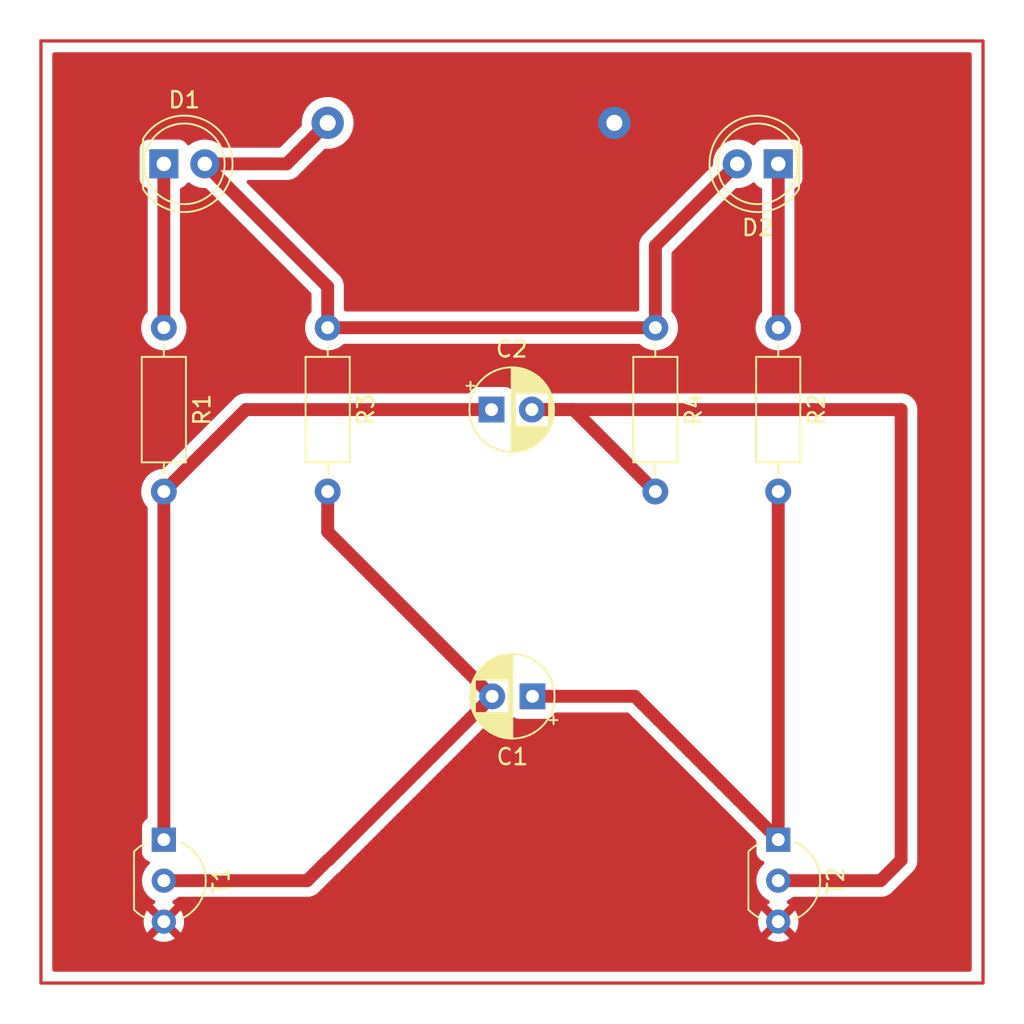
<source format=kicad_pcb>
(kicad_pcb (version 20221018) (generator pcbnew)
  (title_block (title "Blikač") (date "2025-03-21") (rev "1") (company "Piaristická Stredná Odborná Škola") (comment 3 "Nagy") (comment 4 "Dominik"))
  (layers (0 "F.Cu" signal) (31 "B.Cu" signal) (34 "B.Paste" user) (35 "F.Paste" user) (36 "B.SilkS" user "B.Silkscreen") (37 "F.SilkS" user "F.Silkscreen") (38 "B.Mask" user) (39 "F.Mask" user) (44 "Edge.Cuts" user))
  (net 0 "")
  (net 1 "Net-(T2-C)")
  (net 2 "Net-(T1-B)")
  (net 3 "Net-(T1-C)")
  (net 4 "Net-(T2-B)")
  (net 5 "Net-(D1-K)")
  (net 6 "+9V")
  (net 7 "Net-(D2-K)")
  (net 8 "GND")
  (footprint "Capacitor_THT:CP_Radial_D5.0mm_P2.50mm" (layer "F.Cu") (at 134.62 63.5)
    (fp_text reference "C2" (at 1.25 -3.75) (layer "F.SilkS"))
    (fp_text value "10µF")
    (fp_line (start -1.554775 -1.475) (end -1.054775 -1.475) (stroke (width 0.12)) (layer "F.SilkS"))
    (fp_line (start -1.304775 -1.725) (end -1.304775 -1.225) (stroke (width 0.12)) (layer "F.SilkS"))
    (fp_line (start 1.25 -2.58) (end 1.25 2.58) (stroke (width 0.12)) (layer "F.SilkS"))
    (fp_line (start 1.29 -2.58) (end 1.29 2.58) (stroke (width 0.12)) (layer "F.SilkS"))
    (fp_line (start 1.33 -2.579) (end 1.33 2.579) (stroke (width 0.12)) (layer "F.SilkS"))
    (fp_line (start 1.37 -2.578) (end 1.37 2.578) (stroke (width 0.12)) (layer "F.SilkS"))
    (fp_line (start 1.41 -2.576) (end 1.41 2.576) (stroke (width 0.12)) (layer "F.SilkS"))
    (fp_line (start 1.45 -2.573) (end 1.45 2.573) (stroke (width 0.12)) (layer "F.SilkS"))
    (fp_line (start 1.49 -2.569) (end 1.49 -1.04) (stroke (width 0.12)) (layer "F.SilkS"))
    (fp_line (start 1.49 1.04) (end 1.49 2.569) (stroke (width 0.12)) (layer "F.SilkS"))
    (fp_line (start 1.53 -2.565) (end 1.53 -1.04) (stroke (width 0.12)) (layer "F.SilkS"))
    (fp_line (start 1.53 1.04) (end 1.53 2.565) (stroke (width 0.12)) (layer "F.SilkS"))
    (fp_line (start 1.57 -2.561) (end 1.57 -1.04) (stroke (width 0.12)) (layer "F.SilkS"))
    (fp_line (start 1.57 1.04) (end 1.57 2.561) (stroke (width 0.12)) (layer "F.SilkS"))
    (fp_line (start 1.61 -2.556) (end 1.61 -1.04) (stroke (width 0.12)) (layer "F.SilkS"))
    (fp_line (start 1.61 1.04) (end 1.61 2.556) (stroke (width 0.12)) (layer "F.SilkS"))
    (fp_line (start 1.65 -2.55) (end 1.65 -1.04) (stroke (width 0.12)) (layer "F.SilkS"))
    (fp_line (start 1.65 1.04) (end 1.65 2.55) (stroke (width 0.12)) (layer "F.SilkS"))
    (fp_line (start 1.69 -2.543) (end 1.69 -1.04) (stroke (width 0.12)) (layer "F.SilkS"))
    (fp_line (start 1.69 1.04) (end 1.69 2.543) (stroke (width 0.12)) (layer "F.SilkS"))
    (fp_line (start 1.73 -2.536) (end 1.73 -1.04) (stroke (width 0.12)) (layer "F.SilkS"))
    (fp_line (start 1.73 1.04) (end 1.73 2.536) (stroke (width 0.12)) (layer "F.SilkS"))
    (fp_line (start 1.77 -2.528) (end 1.77 -1.04) (stroke (width 0.12)) (layer "F.SilkS"))
    (fp_line (start 1.77 1.04) (end 1.77 2.528) (stroke (width 0.12)) (layer "F.SilkS"))
    (fp_line (start 1.81 -2.52) (end 1.81 -1.04) (stroke (width 0.12)) (layer "F.SilkS"))
    (fp_line (start 1.81 1.04) (end 1.81 2.52) (stroke (width 0.12)) (layer "F.SilkS"))
    (fp_line (start 1.85 -2.511) (end 1.85 -1.04) (stroke (width 0.12)) (layer "F.SilkS"))
    (fp_line (start 1.85 1.04) (end 1.85 2.511) (stroke (width 0.12)) (layer "F.SilkS"))
    (fp_line (start 1.89 -2.501) (end 1.89 -1.04) (stroke (width 0.12)) (layer "F.SilkS"))
    (fp_line (start 1.89 1.04) (end 1.89 2.501) (stroke (width 0.12)) (layer "F.SilkS"))
    (fp_line (start 1.93 -2.491) (end 1.93 -1.04) (stroke (width 0.12)) (layer "F.SilkS"))
    (fp_line (start 1.93 1.04) (end 1.93 2.491) (stroke (width 0.12)) (layer "F.SilkS"))
    (fp_line (start 1.971 -2.48) (end 1.971 -1.04) (stroke (width 0.12)) (layer "F.SilkS"))
    (fp_line (start 1.971 1.04) (end 1.971 2.48) (stroke (width 0.12)) (layer "F.SilkS"))
    (fp_line (start 2.011 -2.468) (end 2.011 -1.04) (stroke (width 0.12)) (layer "F.SilkS"))
    (fp_line (start 2.011 1.04) (end 2.011 2.468) (stroke (width 0.12)) (layer "F.SilkS"))
    (fp_line (start 2.051 -2.455) (end 2.051 -1.04) (stroke (width 0.12)) (layer "F.SilkS"))
    (fp_line (start 2.051 1.04) (end 2.051 2.455) (stroke (width 0.12)) (layer "F.SilkS"))
    (fp_line (start 2.091 -2.442) (end 2.091 -1.04) (stroke (width 0.12)) (layer "F.SilkS"))
    (fp_line (start 2.091 1.04) (end 2.091 2.442) (stroke (width 0.12)) (layer "F.SilkS"))
    (fp_line (start 2.131 -2.428) (end 2.131 -1.04) (stroke (width 0.12)) (layer "F.SilkS"))
    (fp_line (start 2.131 1.04) (end 2.131 2.428) (stroke (width 0.12)) (layer "F.SilkS"))
    (fp_line (start 2.171 -2.414) (end 2.171 -1.04) (stroke (width 0.12)) (layer "F.SilkS"))
    (fp_line (start 2.171 1.04) (end 2.171 2.414) (stroke (width 0.12)) (layer "F.SilkS"))
    (fp_line (start 2.211 -2.398) (end 2.211 -1.04) (stroke (width 0.12)) (layer "F.SilkS"))
    (fp_line (start 2.211 1.04) (end 2.211 2.398) (stroke (width 0.12)) (layer "F.SilkS"))
    (fp_line (start 2.251 -2.382) (end 2.251 -1.04) (stroke (width 0.12)) (layer "F.SilkS"))
    (fp_line (start 2.251 1.04) (end 2.251 2.382) (stroke (width 0.12)) (layer "F.SilkS"))
    (fp_line (start 2.291 -2.365) (end 2.291 -1.04) (stroke (width 0.12)) (layer "F.SilkS"))
    (fp_line (start 2.291 1.04) (end 2.291 2.365) (stroke (width 0.12)) (layer "F.SilkS"))
    (fp_line (start 2.331 -2.348) (end 2.331 -1.04) (stroke (width 0.12)) (layer "F.SilkS"))
    (fp_line (start 2.331 1.04) (end 2.331 2.348) (stroke (width 0.12)) (layer "F.SilkS"))
    (fp_line (start 2.371 -2.329) (end 2.371 -1.04) (stroke (width 0.12)) (layer "F.SilkS"))
    (fp_line (start 2.371 1.04) (end 2.371 2.329) (stroke (width 0.12)) (layer "F.SilkS"))
    (fp_line (start 2.411 -2.31) (end 2.411 -1.04) (stroke (width 0.12)) (layer "F.SilkS"))
    (fp_line (start 2.411 1.04) (end 2.411 2.31) (stroke (width 0.12)) (layer "F.SilkS"))
    (fp_line (start 2.451 -2.29) (end 2.451 -1.04) (stroke (width 0.12)) (layer "F.SilkS"))
    (fp_line (start 2.451 1.04) (end 2.451 2.29) (stroke (width 0.12)) (layer "F.SilkS"))
    (fp_line (start 2.491 -2.268) (end 2.491 -1.04) (stroke (width 0.12)) (layer "F.SilkS"))
    (fp_line (start 2.491 1.04) (end 2.491 2.268) (stroke (width 0.12)) (layer "F.SilkS"))
    (fp_line (start 2.531 -2.247) (end 2.531 -1.04) (stroke (width 0.12)) (layer "F.SilkS"))
    (fp_line (start 2.531 1.04) (end 2.531 2.247) (stroke (width 0.12)) (layer "F.SilkS"))
    (fp_line (start 2.571 -2.224) (end 2.571 -1.04) (stroke (width 0.12)) (layer "F.SilkS"))
    (fp_line (start 2.571 1.04) (end 2.571 2.224) (stroke (width 0.12)) (layer "F.SilkS"))
    (fp_line (start 2.611 -2.2) (end 2.611 -1.04) (stroke (width 0.12)) (layer "F.SilkS"))
    (fp_line (start 2.611 1.04) (end 2.611 2.2) (stroke (width 0.12)) (layer "F.SilkS"))
    (fp_line (start 2.651 -2.175) (end 2.651 -1.04) (stroke (width 0.12)) (layer "F.SilkS"))
    (fp_line (start 2.651 1.04) (end 2.651 2.175) (stroke (width 0.12)) (layer "F.SilkS"))
    (fp_line (start 2.691 -2.149) (end 2.691 -1.04) (stroke (width 0.12)) (layer "F.SilkS"))
    (fp_line (start 2.691 1.04) (end 2.691 2.149) (stroke (width 0.12)) (layer "F.SilkS"))
    (fp_line (start 2.731 -2.122) (end 2.731 -1.04) (stroke (width 0.12)) (layer "F.SilkS"))
    (fp_line (start 2.731 1.04) (end 2.731 2.122) (stroke (width 0.12)) (layer "F.SilkS"))
    (fp_line (start 2.771 -2.095) (end 2.771 -1.04) (stroke (width 0.12)) (layer "F.SilkS"))
    (fp_line (start 2.771 1.04) (end 2.771 2.095) (stroke (width 0.12)) (layer "F.SilkS"))
    (fp_line (start 2.811 -2.065) (end 2.811 -1.04) (stroke (width 0.12)) (layer "F.SilkS"))
    (fp_line (start 2.811 1.04) (end 2.811 2.065) (stroke (width 0.12)) (layer "F.SilkS"))
    (fp_line (start 2.851 -2.035) (end 2.851 -1.04) (stroke (width 0.12)) (layer "F.SilkS"))
    (fp_line (start 2.851 1.04) (end 2.851 2.035) (stroke (width 0.12)) (layer "F.SilkS"))
    (fp_line (start 2.891 -2.004) (end 2.891 -1.04) (stroke (width 0.12)) (layer "F.SilkS"))
    (fp_line (start 2.891 1.04) (end 2.891 2.004) (stroke (width 0.12)) (layer "F.SilkS"))
    (fp_line (start 2.931 -1.971) (end 2.931 -1.04) (stroke (width 0.12)) (layer "F.SilkS"))
    (fp_line (start 2.931 1.04) (end 2.931 1.971) (stroke (width 0.12)) (layer "F.SilkS"))
    (fp_line (start 2.971 -1.937) (end 2.971 -1.04) (stroke (width 0.12)) (layer "F.SilkS"))
    (fp_line (start 2.971 1.04) (end 2.971 1.937) (stroke (width 0.12)) (layer "F.SilkS"))
    (fp_line (start 3.011 -1.901) (end 3.011 -1.04) (stroke (width 0.12)) (layer "F.SilkS"))
    (fp_line (start 3.011 1.04) (end 3.011 1.901) (stroke (width 0.12)) (layer "F.SilkS"))
    (fp_line (start 3.051 -1.864) (end 3.051 -1.04) (stroke (width 0.12)) (layer "F.SilkS"))
    (fp_line (start 3.051 1.04) (end 3.051 1.864) (stroke (width 0.12)) (layer "F.SilkS"))
    (fp_line (start 3.091 -1.826) (end 3.091 -1.04) (stroke (width 0.12)) (layer "F.SilkS"))
    (fp_line (start 3.091 1.04) (end 3.091 1.826) (stroke (width 0.12)) (layer "F.SilkS"))
    (fp_line (start 3.131 -1.785) (end 3.131 -1.04) (stroke (width 0.12)) (layer "F.SilkS"))
    (fp_line (start 3.131 1.04) (end 3.131 1.785) (stroke (width 0.12)) (layer "F.SilkS"))
    (fp_line (start 3.171 -1.743) (end 3.171 -1.04) (stroke (width 0.12)) (layer "F.SilkS"))
    (fp_line (start 3.171 1.04) (end 3.171 1.743) (stroke (width 0.12)) (layer "F.SilkS"))
    (fp_line (start 3.211 -1.699) (end 3.211 -1.04) (stroke (width 0.12)) (layer "F.SilkS"))
    (fp_line (start 3.211 1.04) (end 3.211 1.699) (stroke (width 0.12)) (layer "F.SilkS"))
    (fp_line (start 3.251 -1.653) (end 3.251 -1.04) (stroke (width 0.12)) (layer "F.SilkS"))
    (fp_line (start 3.251 1.04) (end 3.251 1.653) (stroke (width 0.12)) (layer "F.SilkS"))
    (fp_line (start 3.291 -1.605) (end 3.291 -1.04) (stroke (width 0.12)) (layer "F.SilkS"))
    (fp_line (start 3.291 1.04) (end 3.291 1.605) (stroke (width 0.12)) (layer "F.SilkS"))
    (fp_line (start 3.331 -1.554) (end 3.331 -1.04) (stroke (width 0.12)) (layer "F.SilkS"))
    (fp_line (start 3.331 1.04) (end 3.331 1.554) (stroke (width 0.12)) (layer "F.SilkS"))
    (fp_line (start 3.371 -1.5) (end 3.371 -1.04) (stroke (width 0.12)) (layer "F.SilkS"))
    (fp_line (start 3.371 1.04) (end 3.371 1.5) (stroke (width 0.12)) (layer "F.SilkS"))
    (fp_line (start 3.411 -1.443) (end 3.411 -1.04) (stroke (width 0.12)) (layer "F.SilkS"))
    (fp_line (start 3.411 1.04) (end 3.411 1.443) (stroke (width 0.12)) (layer "F.SilkS"))
    (fp_line (start 3.451 -1.383) (end 3.451 -1.04) (stroke (width 0.12)) (layer "F.SilkS"))
    (fp_line (start 3.451 1.04) (end 3.451 1.383) (stroke (width 0.12)) (layer "F.SilkS"))
    (fp_line (start 3.491 -1.319) (end 3.491 -1.04) (stroke (width 0.12)) (layer "F.SilkS"))
    (fp_line (start 3.491 1.04) (end 3.491 1.319) (stroke (width 0.12)) (layer "F.SilkS"))
    (fp_line (start 3.531 -1.251) (end 3.531 -1.04) (stroke (width 0.12)) (layer "F.SilkS"))
    (fp_line (start 3.531 1.04) (end 3.531 1.251) (stroke (width 0.12)) (layer "F.SilkS"))
    (fp_line (start 3.571 -1.178) (end 3.571 1.178) (stroke (width 0.12)) (layer "F.SilkS"))
    (fp_line (start 3.611 -1.098) (end 3.611 1.098) (stroke (width 0.12)) (layer "F.SilkS"))
    (fp_line (start 3.651 -1.011) (end 3.651 1.011) (stroke (width 0.12)) (layer "F.SilkS"))
    (fp_line (start 3.691 -0.915) (end 3.691 0.915) (stroke (width 0.12)) (layer "F.SilkS"))
    (fp_line (start 3.731 -0.805) (end 3.731 0.805) (stroke (width 0.12)) (layer "F.SilkS"))
    (fp_line (start 3.771 -0.677) (end 3.771 0.677) (stroke (width 0.12)) (layer "F.SilkS"))
    (fp_line (start 3.811 -0.518) (end 3.811 0.518) (stroke (width 0.12)) (layer "F.SilkS"))
    (fp_line (start 3.851 -0.284) (end 3.851 0.284) (stroke (width 0.12)) (layer "F.SilkS"))
    (fp_circle (center 1.25 0) (end 3.87 0) (stroke (width 0.12)) (fill none) (layer "F.SilkS"))
    (pad "1" thru_hole rect (at 0 0) (size 1.6 1.6) (drill 0.8) (layers "*.Cu" "*.Mask") (net 3 "Net-(T1-C)"))
    (pad "2" thru_hole circle (at 2.5 0) (size 1.6 1.6) (drill 0.8) (layers "*.Cu" "*.Mask") (net 4 "Net-(T2-B)"))
  )
  (footprint "Package_TO_SOT_THT:TO-92_Inline_Wide" (layer "F.Cu") (at 114.3 90.17 -90)
    (fp_text reference "T1" (at 2.54 -3.56 -90) (layer "F.SilkS"))
    (fp_text value "BC547")
    (fp_line (start 0.74 1.85) (end 4.34 1.85) (stroke (width 0.12)) (layer "F.SilkS"))
    (fp_arc (start 0.1836 -1.098807) (mid 1.143021 -2.192817) (end 2.54 -2.6) (stroke (width 0.12)) (layer "F.SilkS"))
    (fp_arc (start 0.74 1.85) (mid 0.446097 1.509328) (end 0.215816 1.122795) (stroke (width 0.12)) (layer "F.SilkS"))
    (fp_arc (start 2.54 -2.6) (mid 3.936979 -2.192818) (end 4.8964 -1.098807) (stroke (width 0.12)) (layer "F.SilkS"))
    (fp_arc (start 4.864184 1.122795) (mid 4.633903 1.509328) (end 4.34 1.85) (stroke (width 0.12)) (layer "F.SilkS"))
    (pad "1" thru_hole rect (at 0 0 270) (size 1.5 1.5) (drill 0.8) (layers "*.Cu" "*.Mask") (net 3 "Net-(T1-C)"))
    (pad "2" thru_hole circle (at 2.54 0 270) (size 1.5 1.5) (drill 0.8) (layers "*.Cu" "*.Mask") (net 2 "Net-(T1-B)"))
    (pad "3" thru_hole circle (at 5.08 0 270) (size 1.5 1.5) (drill 0.8) (layers "*.Cu" "*.Mask") (net 8 "GND"))
  )
  (footprint "Resistor_THT:R_Axial_DIN0207_L6.3mm_D2.5mm_P10.16mm_Horizontal" (layer "F.Cu") (at 114.3 58.42 -90)
    (fp_text reference "R1" (at 5.08 -2.37 90) (layer "F.SilkS"))
    (fp_text value "1K2")
    (fp_line (start 1.04 0) (end 1.81 0) (stroke (width 0.12)) (layer "F.SilkS"))
    (fp_line (start 1.81 -1.37) (end 1.81 1.37) (stroke (width 0.12)) (layer "F.SilkS"))
    (fp_line (start 1.81 1.37) (end 8.35 1.37) (stroke (width 0.12)) (layer "F.SilkS"))
    (fp_line (start 8.35 -1.37) (end 1.81 -1.37) (stroke (width 0.12)) (layer "F.SilkS"))
    (fp_line (start 8.35 1.37) (end 8.35 -1.37) (stroke (width 0.12)) (layer "F.SilkS"))
    (fp_line (start 9.12 0) (end 8.35 0) (stroke (width 0.12)) (layer "F.SilkS"))
    (pad "1" thru_hole circle (at 0 0 270) (size 1.6 1.6) (drill 0.8) (layers "*.Cu" "*.Mask") (net 5 "Net-(D1-K)"))
    (pad "2" thru_hole oval (at 10.16 0 270) (size 1.6 1.6) (drill 0.8) (layers "*.Cu" "*.Mask") (net 3 "Net-(T1-C)"))
  )
  (footprint "LED_THT:LED_D5.0mm" (layer "F.Cu") (at 114.3 48.26)
    (fp_text reference "D1" (at 1.27 -3.96) (layer "F.SilkS"))
    (fp_text value "LED")
    (fp_line (start -1.29 -1.545) (end -1.29 1.545) (stroke (width 0.12)) (layer "F.SilkS"))
    (fp_arc (start -1.29 -1.54483) (mid 2.072002 -2.880433) (end 4.26 0.000462) (stroke (width 0.12)) (layer "F.SilkS"))
    (fp_arc (start 4.26 -0.000462) (mid 2.072002 2.880433) (end -1.29 1.54483) (stroke (width 0.12)) (layer "F.SilkS"))
    (fp_circle (center 1.27 0) (end 3.77 0) (stroke (width 0.12)) (fill none) (layer "F.SilkS"))
    (pad "1" thru_hole rect (at 0 0) (size 1.8 1.8) (drill 0.9) (layers "*.Cu" "*.Mask") (net 5 "Net-(D1-K)"))
    (pad "2" thru_hole circle (at 2.54 0) (size 1.8 1.8) (drill 0.9) (layers "*.Cu" "*.Mask") (net 6 "+9V"))
  )
  (footprint "Capacitor_THT:CP_Radial_D5.0mm_P2.50mm" (layer "F.Cu") (at 137.16 81.28 180)
    (fp_text reference "C1" (at 1.25 -3.75) (layer "F.SilkS"))
    (fp_text value "10µF")
    (fp_line (start -1.554775 -1.475) (end -1.054775 -1.475) (stroke (width 0.12)) (layer "F.SilkS"))
    (fp_line (start -1.304775 -1.725) (end -1.304775 -1.225) (stroke (width 0.12)) (layer "F.SilkS"))
    (fp_line (start 1.25 -2.58) (end 1.25 2.58) (stroke (width 0.12)) (layer "F.SilkS"))
    (fp_line (start 1.29 -2.58) (end 1.29 2.58) (stroke (width 0.12)) (layer "F.SilkS"))
    (fp_line (start 1.33 -2.579) (end 1.33 2.579) (stroke (width 0.12)) (layer "F.SilkS"))
    (fp_line (start 1.37 -2.578) (end 1.37 2.578) (stroke (width 0.12)) (layer "F.SilkS"))
    (fp_line (start 1.41 -2.576) (end 1.41 2.576) (stroke (width 0.12)) (layer "F.SilkS"))
    (fp_line (start 1.45 -2.573) (end 1.45 2.573) (stroke (width 0.12)) (layer "F.SilkS"))
    (fp_line (start 1.49 -2.569) (end 1.49 -1.04) (stroke (width 0.12)) (layer "F.SilkS"))
    (fp_line (start 1.49 1.04) (end 1.49 2.569) (stroke (width 0.12)) (layer "F.SilkS"))
    (fp_line (start 1.53 -2.565) (end 1.53 -1.04) (stroke (width 0.12)) (layer "F.SilkS"))
    (fp_line (start 1.53 1.04) (end 1.53 2.565) (stroke (width 0.12)) (layer "F.SilkS"))
    (fp_line (start 1.57 -2.561) (end 1.57 -1.04) (stroke (width 0.12)) (layer "F.SilkS"))
    (fp_line (start 1.57 1.04) (end 1.57 2.561) (stroke (width 0.12)) (layer "F.SilkS"))
    (fp_line (start 1.61 -2.556) (end 1.61 -1.04) (stroke (width 0.12)) (layer "F.SilkS"))
    (fp_line (start 1.61 1.04) (end 1.61 2.556) (stroke (width 0.12)) (layer "F.SilkS"))
    (fp_line (start 1.65 -2.55) (end 1.65 -1.04) (stroke (width 0.12)) (layer "F.SilkS"))
    (fp_line (start 1.65 1.04) (end 1.65 2.55) (stroke (width 0.12)) (layer "F.SilkS"))
    (fp_line (start 1.69 -2.543) (end 1.69 -1.04) (stroke (width 0.12)) (layer "F.SilkS"))
    (fp_line (start 1.69 1.04) (end 1.69 2.543) (stroke (width 0.12)) (layer "F.SilkS"))
    (fp_line (start 1.73 -2.536) (end 1.73 -1.04) (stroke (width 0.12)) (layer "F.SilkS"))
    (fp_line (start 1.73 1.04) (end 1.73 2.536) (stroke (width 0.12)) (layer "F.SilkS"))
    (fp_line (start 1.77 -2.528) (end 1.77 -1.04) (stroke (width 0.12)) (layer "F.SilkS"))
    (fp_line (start 1.77 1.04) (end 1.77 2.528) (stroke (width 0.12)) (layer "F.SilkS"))
    (fp_line (start 1.81 -2.52) (end 1.81 -1.04) (stroke (width 0.12)) (layer "F.SilkS"))
    (fp_line (start 1.81 1.04) (end 1.81 2.52) (stroke (width 0.12)) (layer "F.SilkS"))
    (fp_line (start 1.85 -2.511) (end 1.85 -1.04) (stroke (width 0.12)) (layer "F.SilkS"))
    (fp_line (start 1.85 1.04) (end 1.85 2.511) (stroke (width 0.12)) (layer "F.SilkS"))
    (fp_line (start 1.89 -2.501) (end 1.89 -1.04) (stroke (width 0.12)) (layer "F.SilkS"))
    (fp_line (start 1.89 1.04) (end 1.89 2.501) (stroke (width 0.12)) (layer "F.SilkS"))
    (fp_line (start 1.93 -2.491) (end 1.93 -1.04) (stroke (width 0.12)) (layer "F.SilkS"))
    (fp_line (start 1.93 1.04) (end 1.93 2.491) (stroke (width 0.12)) (layer "F.SilkS"))
    (fp_line (start 1.971 -2.48) (end 1.971 -1.04) (stroke (width 0.12)) (layer "F.SilkS"))
    (fp_line (start 1.971 1.04) (end 1.971 2.48) (stroke (width 0.12)) (layer "F.SilkS"))
    (fp_line (start 2.011 -2.468) (end 2.011 -1.04) (stroke (width 0.12)) (layer "F.SilkS"))
    (fp_line (start 2.011 1.04) (end 2.011 2.468) (stroke (width 0.12)) (layer "F.SilkS"))
    (fp_line (start 2.051 -2.455) (end 2.051 -1.04) (stroke (width 0.12)) (layer "F.SilkS"))
    (fp_line (start 2.051 1.04) (end 2.051 2.455) (stroke (width 0.12)) (layer "F.SilkS"))
    (fp_line (start 2.091 -2.442) (end 2.091 -1.04) (stroke (width 0.12)) (layer "F.SilkS"))
    (fp_line (start 2.091 1.04) (end 2.091 2.442) (stroke (width 0.12)) (layer "F.SilkS"))
    (fp_line (start 2.131 -2.428) (end 2.131 -1.04) (stroke (width 0.12)) (layer "F.SilkS"))
    (fp_line (start 2.131 1.04) (end 2.131 2.428) (stroke (width 0.12)) (layer "F.SilkS"))
    (fp_line (start 2.171 -2.414) (end 2.171 -1.04) (stroke (width 0.12)) (layer "F.SilkS"))
    (fp_line (start 2.171 1.04) (end 2.171 2.414) (stroke (width 0.12)) (layer "F.SilkS"))
    (fp_line (start 2.211 -2.398) (end 2.211 -1.04) (stroke (width 0.12)) (layer "F.SilkS"))
    (fp_line (start 2.211 1.04) (end 2.211 2.398) (stroke (width 0.12)) (layer "F.SilkS"))
    (fp_line (start 2.251 -2.382) (end 2.251 -1.04) (stroke (width 0.12)) (layer "F.SilkS"))
    (fp_line (start 2.251 1.04) (end 2.251 2.382) (stroke (width 0.12)) (layer "F.SilkS"))
    (fp_line (start 2.291 -2.365) (end 2.291 -1.04) (stroke (width 0.12)) (layer "F.SilkS"))
    (fp_line (start 2.291 1.04) (end 2.291 2.365) (stroke (width 0.12)) (layer "F.SilkS"))
    (fp_line (start 2.331 -2.348) (end 2.331 -1.04) (stroke (width 0.12)) (layer "F.SilkS"))
    (fp_line (start 2.331 1.04) (end 2.331 2.348) (stroke (width 0.12)) (layer "F.SilkS"))
    (fp_line (start 2.371 -2.329) (end 2.371 -1.04) (stroke (width 0.12)) (layer "F.SilkS"))
    (fp_line (start 2.371 1.04) (end 2.371 2.329) (stroke (width 0.12)) (layer "F.SilkS"))
    (fp_line (start 2.411 -2.31) (end 2.411 -1.04) (stroke (width 0.12)) (layer "F.SilkS"))
    (fp_line (start 2.411 1.04) (end 2.411 2.31) (stroke (width 0.12)) (layer "F.SilkS"))
    (fp_line (start 2.451 -2.29) (end 2.451 -1.04) (stroke (width 0.12)) (layer "F.SilkS"))
    (fp_line (start 2.451 1.04) (end 2.451 2.29) (stroke (width 0.12)) (layer "F.SilkS"))
    (fp_line (start 2.491 -2.268) (end 2.491 -1.04) (stroke (width 0.12)) (layer "F.SilkS"))
    (fp_line (start 2.491 1.04) (end 2.491 2.268) (stroke (width 0.12)) (layer "F.SilkS"))
    (fp_line (start 2.531 -2.247) (end 2.531 -1.04) (stroke (width 0.12)) (layer "F.SilkS"))
    (fp_line (start 2.531 1.04) (end 2.531 2.247) (stroke (width 0.12)) (layer "F.SilkS"))
    (fp_line (start 2.571 -2.224) (end 2.571 -1.04) (stroke (width 0.12)) (layer "F.SilkS"))
    (fp_line (start 2.571 1.04) (end 2.571 2.224) (stroke (width 0.12)) (layer "F.SilkS"))
    (fp_line (start 2.611 -2.2) (end 2.611 -1.04) (stroke (width 0.12)) (layer "F.SilkS"))
    (fp_line (start 2.611 1.04) (end 2.611 2.2) (stroke (width 0.12)) (layer "F.SilkS"))
    (fp_line (start 2.651 -2.175) (end 2.651 -1.04) (stroke (width 0.12)) (layer "F.SilkS"))
    (fp_line (start 2.651 1.04) (end 2.651 2.175) (stroke (width 0.12)) (layer "F.SilkS"))
    (fp_line (start 2.691 -2.149) (end 2.691 -1.04) (stroke (width 0.12)) (layer "F.SilkS"))
    (fp_line (start 2.691 1.04) (end 2.691 2.149) (stroke (width 0.12)) (layer "F.SilkS"))
    (fp_line (start 2.731 -2.122) (end 2.731 -1.04) (stroke (width 0.12)) (layer "F.SilkS"))
    (fp_line (start 2.731 1.04) (end 2.731 2.122) (stroke (width 0.12)) (layer "F.SilkS"))
    (fp_line (start 2.771 -2.095) (end 2.771 -1.04) (stroke (width 0.12)) (layer "F.SilkS"))
    (fp_line (start 2.771 1.04) (end 2.771 2.095) (stroke (width 0.12)) (layer "F.SilkS"))
    (fp_line (start 2.811 -2.065) (end 2.811 -1.04) (stroke (width 0.12)) (layer "F.SilkS"))
    (fp_line (start 2.811 1.04) (end 2.811 2.065) (stroke (width 0.12)) (layer "F.SilkS"))
    (fp_line (start 2.851 -2.035) (end 2.851 -1.04) (stroke (width 0.12)) (layer "F.SilkS"))
    (fp_line (start 2.851 1.04) (end 2.851 2.035) (stroke (width 0.12)) (layer "F.SilkS"))
    (fp_line (start 2.891 -2.004) (end 2.891 -1.04) (stroke (width 0.12)) (layer "F.SilkS"))
    (fp_line (start 2.891 1.04) (end 2.891 2.004) (stroke (width 0.12)) (layer "F.SilkS"))
    (fp_line (start 2.931 -1.971) (end 2.931 -1.04) (stroke (width 0.12)) (layer "F.SilkS"))
    (fp_line (start 2.931 1.04) (end 2.931 1.971) (stroke (width 0.12)) (layer "F.SilkS"))
    (fp_line (start 2.971 -1.937) (end 2.971 -1.04) (stroke (width 0.12)) (layer "F.SilkS"))
    (fp_line (start 2.971 1.04) (end 2.971 1.937) (stroke (width 0.12)) (layer "F.SilkS"))
    (fp_line (start 3.011 -1.901) (end 3.011 -1.04) (stroke (width 0.12)) (layer "F.SilkS"))
    (fp_line (start 3.011 1.04) (end 3.011 1.901) (stroke (width 0.12)) (layer "F.SilkS"))
    (fp_line (start 3.051 -1.864) (end 3.051 -1.04) (stroke (width 0.12)) (layer "F.SilkS"))
    (fp_line (start 3.051 1.04) (end 3.051 1.864) (stroke (width 0.12)) (layer "F.SilkS"))
    (fp_line (start 3.091 -1.826) (end 3.091 -1.04) (stroke (width 0.12)) (layer "F.SilkS"))
    (fp_line (start 3.091 1.04) (end 3.091 1.826) (stroke (width 0.12)) (layer "F.SilkS"))
    (fp_line (start 3.131 -1.785) (end 3.131 -1.04) (stroke (width 0.12)) (layer "F.SilkS"))
    (fp_line (start 3.131 1.04) (end 3.131 1.785) (stroke (width 0.12)) (layer "F.SilkS"))
    (fp_line (start 3.171 -1.743) (end 3.171 -1.04) (stroke (width 0.12)) (layer "F.SilkS"))
    (fp_line (start 3.171 1.04) (end 3.171 1.743) (stroke (width 0.12)) (layer "F.SilkS"))
    (fp_line (start 3.211 -1.699) (end 3.211 -1.04) (stroke (width 0.12)) (layer "F.SilkS"))
    (fp_line (start 3.211 1.04) (end 3.211 1.699) (stroke (width 0.12)) (layer "F.SilkS"))
    (fp_line (start 3.251 -1.653) (end 3.251 -1.04) (stroke (width 0.12)) (layer "F.SilkS"))
    (fp_line (start 3.251 1.04) (end 3.251 1.653) (stroke (width 0.12)) (layer "F.SilkS"))
    (fp_line (start 3.291 -1.605) (end 3.291 -1.04) (stroke (width 0.12)) (layer "F.SilkS"))
    (fp_line (start 3.291 1.04) (end 3.291 1.605) (stroke (width 0.12)) (layer "F.SilkS"))
    (fp_line (start 3.331 -1.554) (end 3.331 -1.04) (stroke (width 0.12)) (layer "F.SilkS"))
    (fp_line (start 3.331 1.04) (end 3.331 1.554) (stroke (width 0.12)) (layer "F.SilkS"))
    (fp_line (start 3.371 -1.5) (end 3.371 -1.04) (stroke (width 0.12)) (layer "F.SilkS"))
    (fp_line (start 3.371 1.04) (end 3.371 1.5) (stroke (width 0.12)) (layer "F.SilkS"))
    (fp_line (start 3.411 -1.443) (end 3.411 -1.04) (stroke (width 0.12)) (layer "F.SilkS"))
    (fp_line (start 3.411 1.04) (end 3.411 1.443) (stroke (width 0.12)) (layer "F.SilkS"))
    (fp_line (start 3.451 -1.383) (end 3.451 -1.04) (stroke (width 0.12)) (layer "F.SilkS"))
    (fp_line (start 3.451 1.04) (end 3.451 1.383) (stroke (width 0.12)) (layer "F.SilkS"))
    (fp_line (start 3.491 -1.319) (end 3.491 -1.04) (stroke (width 0.12)) (layer "F.SilkS"))
    (fp_line (start 3.491 1.04) (end 3.491 1.319) (stroke (width 0.12)) (layer "F.SilkS"))
    (fp_line (start 3.531 -1.251) (end 3.531 -1.04) (stroke (width 0.12)) (layer "F.SilkS"))
    (fp_line (start 3.531 1.04) (end 3.531 1.251) (stroke (width 0.12)) (layer "F.SilkS"))
    (fp_line (start 3.571 -1.178) (end 3.571 1.178) (stroke (width 0.12)) (layer "F.SilkS"))
    (fp_line (start 3.611 -1.098) (end 3.611 1.098) (stroke (width 0.12)) (layer "F.SilkS"))
    (fp_line (start 3.651 -1.011) (end 3.651 1.011) (stroke (width 0.12)) (layer "F.SilkS"))
    (fp_line (start 3.691 -0.915) (end 3.691 0.915) (stroke (width 0.12)) (layer "F.SilkS"))
    (fp_line (start 3.731 -0.805) (end 3.731 0.805) (stroke (width 0.12)) (layer "F.SilkS"))
    (fp_line (start 3.771 -0.677) (end 3.771 0.677) (stroke (width 0.12)) (layer "F.SilkS"))
    (fp_line (start 3.811 -0.518) (end 3.811 0.518) (stroke (width 0.12)) (layer "F.SilkS"))
    (fp_line (start 3.851 -0.284) (end 3.851 0.284) (stroke (width 0.12)) (layer "F.SilkS"))
    (fp_circle (center 1.25 0) (end 3.87 0) (stroke (width 0.12)) (fill none) (layer "F.SilkS"))
    (pad "1" thru_hole rect (at 0 0 180) (size 1.6 1.6) (drill 0.8) (layers "*.Cu" "*.Mask") (net 1 "Net-(T2-C)"))
    (pad "2" thru_hole circle (at 2.5 0 180) (size 1.6 1.6) (drill 0.8) (layers "*.Cu" "*.Mask") (net 2 "Net-(T1-B)"))
  )
  (footprint "Resistor_THT:R_Axial_DIN0207_L6.3mm_D2.5mm_P10.16mm_Horizontal" (layer "F.Cu") (at 124.46 58.42 -90)
    (fp_text reference "R3" (at 5.08 -2.37 90) (layer "F.SilkS"))
    (fp_text value "47K")
    (fp_line (start 1.04 0) (end 1.81 0) (stroke (width 0.12)) (layer "F.SilkS"))
    (fp_line (start 1.81 -1.37) (end 1.81 1.37) (stroke (width 0.12)) (layer "F.SilkS"))
    (fp_line (start 1.81 1.37) (end 8.35 1.37) (stroke (width 0.12)) (layer "F.SilkS"))
    (fp_line (start 8.35 -1.37) (end 1.81 -1.37) (stroke (width 0.12)) (layer "F.SilkS"))
    (fp_line (start 8.35 1.37) (end 8.35 -1.37) (stroke (width 0.12)) (layer "F.SilkS"))
    (fp_line (start 9.12 0) (end 8.35 0) (stroke (width 0.12)) (layer "F.SilkS"))
    (pad "1" thru_hole circle (at 0 0 270) (size 1.6 1.6) (drill 0.8) (layers "*.Cu" "*.Mask") (net 6 "+9V"))
    (pad "2" thru_hole oval (at 10.16 0 270) (size 1.6 1.6) (drill 0.8) (layers "*.Cu" "*.Mask") (net 2 "Net-(T1-B)"))
  )
  (footprint "Resistor_THT:R_Axial_DIN0207_L6.3mm_D2.5mm_P10.16mm_Horizontal" (layer "F.Cu") (at 144.78 58.42 -90)
    (fp_text reference "R4" (at 5.08 -2.37 90) (layer "F.SilkS"))
    (fp_text value "47K")
    (fp_line (start 1.04 0) (end 1.81 0) (stroke (width 0.12)) (layer "F.SilkS"))
    (fp_line (start 1.81 -1.37) (end 1.81 1.37) (stroke (width 0.12)) (layer "F.SilkS"))
    (fp_line (start 1.81 1.37) (end 8.35 1.37) (stroke (width 0.12)) (layer "F.SilkS"))
    (fp_line (start 8.35 -1.37) (end 1.81 -1.37) (stroke (width 0.12)) (layer "F.SilkS"))
    (fp_line (start 8.35 1.37) (end 8.35 -1.37) (stroke (width 0.12)) (layer "F.SilkS"))
    (fp_line (start 9.12 0) (end 8.35 0) (stroke (width 0.12)) (layer "F.SilkS"))
    (pad "1" thru_hole circle (at 0 0 270) (size 1.6 1.6) (drill 0.8) (layers "*.Cu" "*.Mask") (net 6 "+9V"))
    (pad "2" thru_hole oval (at 10.16 0 270) (size 1.6 1.6) (drill 0.8) (layers "*.Cu" "*.Mask") (net 4 "Net-(T2-B)"))
  )
  (footprint "Resistor_THT:R_Axial_DIN0207_L6.3mm_D2.5mm_P10.16mm_Horizontal" (layer "F.Cu") (at 152.4 58.42 -90)
    (fp_text reference "R2" (at 5.08 -2.37 90) (layer "F.SilkS"))
    (fp_text value "1K2")
    (fp_line (start 1.04 0) (end 1.81 0) (stroke (width 0.12)) (layer "F.SilkS"))
    (fp_line (start 1.81 -1.37) (end 1.81 1.37) (stroke (width 0.12)) (layer "F.SilkS"))
    (fp_line (start 1.81 1.37) (end 8.35 1.37) (stroke (width 0.12)) (layer "F.SilkS"))
    (fp_line (start 8.35 -1.37) (end 1.81 -1.37) (stroke (width 0.12)) (layer "F.SilkS"))
    (fp_line (start 8.35 1.37) (end 8.35 -1.37) (stroke (width 0.12)) (layer "F.SilkS"))
    (fp_line (start 9.12 0) (end 8.35 0) (stroke (width 0.12)) (layer "F.SilkS"))
    (pad "1" thru_hole circle (at 0 0 270) (size 1.6 1.6) (drill 0.8) (layers "*.Cu" "*.Mask") (net 7 "Net-(D2-K)"))
    (pad "2" thru_hole oval (at 10.16 0 270) (size 1.6 1.6) (drill 0.8) (layers "*.Cu" "*.Mask") (net 1 "Net-(T2-C)"))
  )
  (footprint "Package_TO_SOT_THT:TO-92_Inline_Wide" (layer "F.Cu") (at 152.4 90.17 -90)
    (fp_text reference "T2" (at 2.54 -3.56 -90) (layer "F.SilkS"))
    (fp_text value "BC547")
    (fp_line (start 0.74 1.85) (end 4.34 1.85) (stroke (width 0.12)) (layer "F.SilkS"))
    (fp_arc (start 0.1836 -1.098807) (mid 1.143021 -2.192817) (end 2.54 -2.6) (stroke (width 0.12)) (layer "F.SilkS"))
    (fp_arc (start 0.74 1.85) (mid 0.446097 1.509328) (end 0.215816 1.122795) (stroke (width 0.12)) (layer "F.SilkS"))
    (fp_arc (start 2.54 -2.6) (mid 3.936979 -2.192818) (end 4.8964 -1.098807) (stroke (width 0.12)) (layer "F.SilkS"))
    (fp_arc (start 4.864184 1.122795) (mid 4.633903 1.509328) (end 4.34 1.85) (stroke (width 0.12)) (layer "F.SilkS"))
    (pad "1" thru_hole rect (at 0 0 270) (size 1.5 1.5) (drill 0.8) (layers "*.Cu" "*.Mask") (net 1 "Net-(T2-C)"))
    (pad "2" thru_hole circle (at 2.54 0 270) (size 1.5 1.5) (drill 0.8) (layers "*.Cu" "*.Mask") (net 4 "Net-(T2-B)"))
    (pad "3" thru_hole circle (at 5.08 0 270) (size 1.5 1.5) (drill 0.8) (layers "*.Cu" "*.Mask") (net 8 "GND"))
  )
  (footprint "LED_THT:LED_D5.0mm" (layer "F.Cu") (at 152.4 48.26 180)
    (fp_text reference "D2" (at 1.27 -3.96) (layer "F.SilkS"))
    (fp_text value "LED")
    (fp_line (start -1.29 -1.545) (end -1.29 1.545) (stroke (width 0.12)) (layer "F.SilkS"))
    (fp_arc (start -1.29 -1.54483) (mid 2.072002 -2.880433) (end 4.26 0.000462) (stroke (width 0.12)) (layer "F.SilkS"))
    (fp_arc (start 4.26 -0.000462) (mid 2.072002 2.880433) (end -1.29 1.54483) (stroke (width 0.12)) (layer "F.SilkS"))
    (fp_circle (center 1.27 0) (end 3.77 0) (stroke (width 0.12)) (fill none) (layer "F.SilkS"))
    (pad "1" thru_hole rect (at 0 0 180) (size 1.8 1.8) (drill 0.9) (layers "*.Cu" "*.Mask") (net 7 "Net-(D2-K)"))
    (pad "2" thru_hole circle (at 2.54 0 180) (size 1.8 1.8) (drill 0.9) (layers "*.Cu" "*.Mask") (net 6 "+9V"))
  )
  (gr_rect (start 106.68 40.64) (end 165.1 99.06) (stroke (width 0.2)) (fill none) (layer "F.Cu"))
  (segment (start 152.4 68.58) (end 152.4 90.17) (width 0.8) (layer "F.Cu") (net 1))
  (segment (start 137.16 81.28) (end 143.51 81.28) (width 0.8) (layer "F.Cu") (net 1))
  (segment (start 143.51 81.28) (end 152.4 90.17) (width 0.8) (layer "F.Cu") (net 1))
  (segment (start 124.46 68.58) (end 124.46 71.08) (width 0.8) (layer "F.Cu") (net 2))
  (segment (start 124.46 91.44) (end 124.5 91.44) (width 0.8) (layer "F.Cu") (net 2))
  (segment (start 124.5 91.44) (end 134.66 81.28) (width 0.8) (layer "F.Cu") (net 2))
  (segment (start 124.46 71.08) (end 134.66 81.28) (width 0.8) (layer "F.Cu") (net 2))
  (segment (start 114.3 92.71) (end 123.19 92.71) (width 0.8) (layer "F.Cu") (net 2))
  (segment (start 123.19 92.71) (end 124.46 91.44) (width 0.8) (layer "F.Cu") (net 2))
  (segment (start 114.3 68.58) (end 119.38 63.5) (width 0.8) (layer "F.Cu") (net 3))
  (segment (start 119.38 63.5) (end 134.62 63.5) (width 0.8) (layer "F.Cu") (net 3))
  (segment (start 114.3 68.58) (end 114.3 90.17) (width 0.8) (layer "F.Cu") (net 3))
  (segment (start 160.02 91.44) (end 160.02 63.5) (width 0.8) (layer "F.Cu") (net 4))
  (segment (start 152.4 92.71) (end 158.75 92.71) (width 0.8) (layer "F.Cu") (net 4))
  (segment (start 160.02 63.5) (end 137.12 63.5) (width 0.8) (layer "F.Cu") (net 4))
  (segment (start 139.7 63.5) (end 144.78 68.58) (width 0.8) (layer "F.Cu") (net 4))
  (segment (start 158.75 92.71) (end 160.02 91.44) (width 0.8) (layer "F.Cu") (net 4))
  (segment (start 137.12 63.5) (end 139.7 63.5) (width 0.8) (layer "F.Cu") (net 4))
  (segment (start 114.3 48.26) (end 114.3 58.42) (width 0.8) (layer "F.Cu") (net 5))
  (segment (start 144.78 58.42) (end 144.78 53.34) (width 0.8) (layer "F.Cu") (net 6))
  (segment (start 116.84 48.26) (end 121.92 48.26) (width 0.8) (layer "F.Cu") (net 6))
  (segment (start 124.46 55.88) (end 116.84 48.26) (width 0.8) (layer "F.Cu") (net 6))
  (segment (start 121.92 48.26) (end 124.46 45.72) (width 0.8) (layer "F.Cu") (net 6))
  (segment (start 144.78 53.34) (end 149.86 48.26) (width 0.8) (layer "F.Cu") (net 6))
  (segment (start 124.46 58.42) (end 144.78 58.42) (width 0.8) (layer "F.Cu") (net 6))
  (segment (start 124.46 58.42) (end 124.46 55.88) (width 0.8) (layer "F.Cu") (net 6))
  (via (at 124.46 45.72) (size 2) (drill 1) (layers "F.Cu" "B.Cu") (net 6))
  (segment (start 152.4 58.42) (end 152.4 48.26) (width 0.8) (layer "F.Cu") (net 7))
  (via (at 142.24 45.72) (size 2) (drill 1) (layers "F.Cu" "B.Cu") (net 8))
  (zone (net 8) (net_name "GND") (layer "F.Cu") (connect_pads (clearance 0.5)) (min_thickness 0.25) (fill yes (thermal_gap 0.5) (thermal_bridge_width 0.5))
    (polygon (pts (xy 104.14 38.1) (xy 167.64 38.1) (xy 167.64 38.1) (xy 167.64 101.6) (xy 104.14 101.6) (xy 104.14 101.6) (xy 104.14 38.1)))
  )
)
</source>
